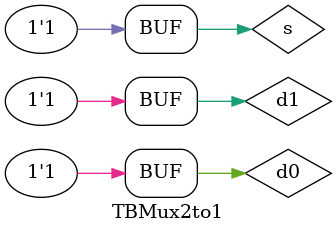
<source format=sv>
`timescale 1ns / 1ps

module TBMux2to1;
    reg d0, d1, s;
    wire y;

Mux2to1 uut(.d0(d0), .d1(d1), .s(s), .y(y));

initial begin
    #100 d0=0;d1=0;s=0;
    #100 d0=0;d1=1;s=0;
    #100 d0=1;d1=0;s=0;
    #100 d0=1;d1=1;s=0;
    #100 d0=0;d1=0;s=1;
    #100 d0=0;d1=1;s=1;
    #100 d0=1;d1=0;s=1;
    #100 d0=1;d1=1;s=1;  
end

endmodule
</source>
